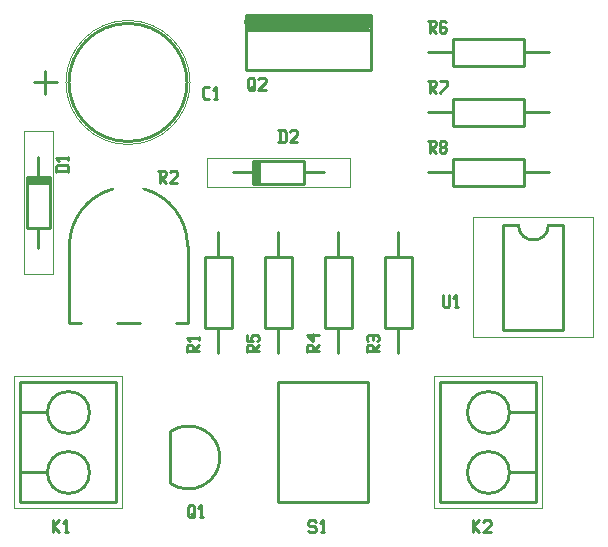
<source format=gbr>
G04 start of page 8 for group -4079 idx -4079 *
G04 Title: (unknown), topsilk *
G04 Creator: pcb 20100929 *
G04 CreationDate: Wed Feb  3 23:32:12 2016 UTC *
G04 For: bert *
G04 Format: Gerber/RS-274X *
G04 PCB-Dimensions: 300000 250000 *
G04 PCB-Coordinate-Origin: lower left *
%MOIN*%
%FSLAX25Y25*%
%LNFRONTSILK*%
%ADD20C,0.0520*%
%ADD26C,0.0100*%
%ADD32C,0.0000*%
G54D26*X54000Y93600D02*Y76400D01*
X53977Y76399D02*G75*G03X53977Y93601I6022J8601D01*G01*
G54D32*X2000Y68000D02*X38000D01*
Y112000D02*Y68000D01*
X2000Y112000D02*X38000D01*
X2000D02*Y68000D01*
G54D26*X4000Y100000D02*X13000D01*
X4000Y80000D02*X13000D01*
X36000Y110000D02*Y70000D01*
X4000Y110000D02*Y70000D01*
Y110000D02*X36000D01*
X4000Y70000D02*X36000D01*
X20000Y93000D02*G75*G03X20000Y93000I0J7000D01*G01*
Y73000D02*G75*G03X20000Y73000I0J7000D01*G01*
G54D32*X142000Y112000D02*X178000D01*
X142000D02*Y68000D01*
X178000D01*
Y112000D02*Y68000D01*
G54D26*X167000Y80000D02*X176000D01*
X167000Y100000D02*X176000D01*
X144000Y110000D02*Y70000D01*
X176000Y110000D02*Y70000D01*
X144000D02*X176000D01*
X144000Y110000D02*X176000D01*
X160000Y87000D02*G75*G03X160000Y87000I0J-7000D01*G01*
Y107000D02*G75*G03X160000Y107000I0J-7000D01*G01*
X120000Y110000D02*Y70000D01*
X90000D02*X120000D01*
X90000Y110000D02*Y70000D01*
Y110000D02*X120000D01*
X114500Y151900D02*Y128100D01*
X105500Y151900D02*Y128100D01*
Y151900D02*X114500D01*
X105500Y128100D02*X114500D01*
X110000Y160300D02*Y151900D01*
Y128100D02*Y119700D01*
X94500Y151900D02*Y128100D01*
X85500Y151900D02*Y128100D01*
Y151900D02*X94500D01*
X85500Y128100D02*X94500D01*
X90000Y160300D02*Y151900D01*
Y128100D02*Y119700D01*
X74500Y151900D02*Y128100D01*
X65500Y151900D02*Y128100D01*
Y151900D02*X74500D01*
X65500Y128100D02*X74500D01*
X70000Y160300D02*Y151900D01*
Y128100D02*Y119700D01*
X36063Y129921D02*X43937D01*
X20315D02*X24252D01*
X20315D02*Y155512D01*
X59685Y129921D02*Y155512D01*
X55748Y129921D02*X59685D01*
Y155512D02*G75*G03X45094Y174526I-19685J0D01*G01*
X34905Y174527D02*G75*G03X20315Y155512I5094J-19014D01*G01*
X12283Y213937D02*Y206063D01*
X16220Y210000D02*X8346D01*
G54D32*X19157D02*G75*G03X19157Y210000I20685J0D01*G01*
G54D26*X20157D02*G75*G03X20157Y210000I19685J0D01*G01*
G54D32*X5300Y193700D02*Y146300D01*
X14700Y193700D02*Y146300D01*
X5300D02*X14700D01*
X5300Y193700D02*X14700D01*
G54D26*X6300Y176400D02*X13700D01*
X6300Y176900D02*X13700D01*
X6300Y177400D02*X13700D01*
X6300Y177900D02*X13700D01*
X6300Y178400D02*Y161600D01*
X13700Y178400D02*Y161600D01*
X6300D02*X13700D01*
X6300Y178400D02*X13700D01*
X10000Y161600D02*Y154700D01*
Y185300D02*Y178400D01*
G54D32*X66300Y175300D02*X113700D01*
X66300Y184700D02*X113700D01*
Y175300D01*
X66300Y184700D02*Y175300D01*
G54D26*X83600Y183700D02*Y176300D01*
X83100Y183700D02*Y176300D01*
X82600Y183700D02*Y176300D01*
X82100Y183700D02*Y176300D01*
X81600D02*X98400D01*
X81600Y183700D02*X98400D01*
Y176300D01*
X81600Y183700D02*Y176300D01*
X98400Y180000D02*X105300D01*
X81600D02*X74700D01*
X79250Y227600D02*X120750D01*
G54D20*X81250Y230000D02*X118750D01*
G54D26*X79250Y232600D02*X120750D01*
Y214100D01*
X79250D02*X120750D01*
X79250Y232600D02*Y214100D01*
X148100Y175500D02*X171900D01*
X148100Y184500D02*X171900D01*
Y175500D01*
X148100Y184500D02*Y175500D01*
X171900Y180000D02*X180300D01*
X148100D02*X139700D01*
X148100Y195500D02*X171900D01*
X148100Y204500D02*X171900D01*
Y195500D01*
X148100Y204500D02*Y195500D01*
X171900Y200000D02*X180300D01*
X148100D02*X139700D01*
X148100Y215500D02*X171900D01*
X148100Y224500D02*X171900D01*
Y215500D01*
X148100Y224500D02*Y215500D01*
X171900Y220000D02*X180300D01*
X148100D02*X139700D01*
G54D32*X155000Y125000D02*Y165000D01*
X195000Y125000D02*X155000D01*
X195000Y165000D02*Y125000D01*
X155000Y165000D02*X195000D01*
G54D26*X180000Y162500D02*X185000D01*
X165000D02*X170000D01*
X185000Y127500D02*Y162500D01*
X165000Y127500D02*X185000D01*
X165000Y162500D02*Y127500D01*
X170000Y162500D02*G75*G03X180000Y162500I5000J0D01*G01*
X134500Y151900D02*Y128100D01*
X125500Y151900D02*Y128100D01*
Y151900D02*X134500D01*
X125500Y128100D02*X134500D01*
X130000Y160300D02*Y151900D01*
Y128100D02*Y119700D01*
X60000Y68500D02*Y65500D01*
Y68500D02*X60500Y69000D01*
X61500D01*
X62000Y68500D01*
Y65500D01*
X61500Y65000D02*X62000Y65500D01*
X60500Y65000D02*X61500D01*
X60000Y65500D02*X60500Y65000D01*
X61000Y66000D02*X62000Y65000D01*
X63701D02*X64701D01*
X64201Y69000D02*Y65000D01*
X63201Y68000D02*X64201Y69000D01*
X15000Y64000D02*Y60000D01*
Y62000D02*X17000Y64000D01*
X15000Y62000D02*X17000Y60000D01*
X18701D02*X19701D01*
X19201Y64000D02*Y60000D01*
X18201Y63000D02*X19201Y64000D01*
X155000D02*Y60000D01*
Y62000D02*X157000Y64000D01*
X155000Y62000D02*X157000Y60000D01*
X158201Y63500D02*X158701Y64000D01*
X160201D01*
X160701Y63500D01*
Y62500D01*
X158201Y60000D02*X160701Y62500D01*
X158201Y60000D02*X160701D01*
X102000Y64000D02*X102500Y63500D01*
X100500Y64000D02*X102000D01*
X100000Y63500D02*X100500Y64000D01*
X100000Y63500D02*Y62500D01*
X100500Y62000D01*
X102000D01*
X102500Y61500D01*
Y60500D01*
X102000Y60000D02*X102500Y60500D01*
X100500Y60000D02*X102000D01*
X100000Y60500D02*X100500Y60000D01*
X104201D02*X105201D01*
X104701Y64000D02*Y60000D01*
X103701Y63000D02*X104701Y64000D01*
X99500Y122000D02*Y120000D01*
Y122000D02*X100000Y122500D01*
X101000D01*
X101500Y122000D02*X101000Y122500D01*
X101500Y122000D02*Y120500D01*
X99500D02*X103500D01*
X101500D02*X103500Y122500D01*
X101500Y123701D02*X99500Y125701D01*
X101500Y126201D02*Y123701D01*
X99500Y125701D02*X103500D01*
X79500Y122000D02*Y120000D01*
Y122000D02*X80000Y122500D01*
X81000D01*
X81500Y122000D02*X81000Y122500D01*
X81500Y122000D02*Y120500D01*
X79500D02*X83500D01*
X81500D02*X83500Y122500D01*
X79500Y125701D02*Y123701D01*
X81500D01*
X81000Y124201D01*
Y125201D02*Y124201D01*
Y125201D02*X81500Y125701D01*
X83000D01*
X83500Y125201D02*X83000Y125701D01*
X83500Y125201D02*Y124201D01*
X83000Y123701D02*X83500Y124201D01*
X59500Y122000D02*Y120000D01*
Y122000D02*X60000Y122500D01*
X61000D01*
X61500Y122000D02*X61000Y122500D01*
X61500Y122000D02*Y120500D01*
X59500D02*X63500D01*
X61500D02*X63500Y122500D01*
Y125201D02*Y124201D01*
X59500Y124701D02*X63500D01*
X60500Y123701D02*X59500Y124701D01*
X119500Y122000D02*Y120000D01*
Y122000D02*X120000Y122500D01*
X121000D01*
X121500Y122000D02*X121000Y122500D01*
X121500Y122000D02*Y120500D01*
X119500D02*X123500D01*
X121500D02*X123500Y122500D01*
X120000Y123701D02*X119500Y124201D01*
Y125201D02*Y124201D01*
Y125201D02*X120000Y125701D01*
X123000D01*
X123500Y125201D02*X123000Y125701D01*
X123500Y125201D02*Y124201D01*
X123000Y123701D02*X123500Y124201D01*
X121500Y125701D02*Y124201D01*
X80000Y211000D02*Y208000D01*
Y211000D02*X80500Y211500D01*
X81500D01*
X82000Y211000D01*
Y208000D01*
X81500Y207500D02*X82000Y208000D01*
X80500Y207500D02*X81500D01*
X80000Y208000D02*X80500Y207500D01*
X81000Y208500D02*X82000Y207500D01*
X83201Y211000D02*X83701Y211500D01*
X85201D01*
X85701Y211000D01*
Y210000D01*
X83201Y207500D02*X85701Y210000D01*
X83201Y207500D02*X85701D01*
X65342Y204606D02*X66842D01*
X64842Y205106D02*X65342Y204606D01*
X64842Y208106D02*Y205106D01*
Y208106D02*X65342Y208606D01*
X66842D01*
X68543Y204606D02*X69543D01*
X69043Y208606D02*Y204606D01*
X68043Y207606D02*X69043Y208606D01*
X16000Y180500D02*X20000D01*
X16000Y182000D02*X16500Y182500D01*
X19500D01*
X20000Y182000D02*X19500Y182500D01*
X20000Y182000D02*Y180000D01*
X16000Y182000D02*Y180000D01*
X20000Y185201D02*Y184201D01*
X16000Y184701D02*X20000D01*
X17000Y183701D02*X16000Y184701D01*
X50000Y180575D02*X52000D01*
X52500Y180075D01*
Y179075D01*
X52000Y178575D02*X52500Y179075D01*
X50500Y178575D02*X52000D01*
X50500Y180575D02*Y176575D01*
Y178575D02*X52500Y176575D01*
X53701Y180075D02*X54201Y180575D01*
X55701D01*
X56201Y180075D01*
Y179075D01*
X53701Y176575D02*X56201Y179075D01*
X53701Y176575D02*X56201D01*
X90500Y194000D02*Y190000D01*
X92000Y194000D02*X92500Y193500D01*
Y190500D01*
X92000Y190000D02*X92500Y190500D01*
X90000Y190000D02*X92000D01*
X90000Y194000D02*X92000D01*
X93701Y193500D02*X94201Y194000D01*
X95701D01*
X96201Y193500D01*
Y192500D01*
X93701Y190000D02*X96201Y192500D01*
X93701Y190000D02*X96201D01*
X140000Y190500D02*X142000D01*
X142500Y190000D01*
Y189000D01*
X142000Y188500D02*X142500Y189000D01*
X140500Y188500D02*X142000D01*
X140500Y190500D02*Y186500D01*
Y188500D02*X142500Y186500D01*
X143701Y187000D02*X144201Y186500D01*
X143701Y188000D02*Y187000D01*
Y188000D02*X144201Y188500D01*
X145201D01*
X145701Y188000D01*
Y187000D01*
X145201Y186500D02*X145701Y187000D01*
X144201Y186500D02*X145201D01*
X143701Y189000D02*X144201Y188500D01*
X143701Y190000D02*Y189000D01*
Y190000D02*X144201Y190500D01*
X145201D01*
X145701Y190000D01*
Y189000D01*
X145201Y188500D02*X145701Y189000D01*
X140000Y210500D02*X142000D01*
X142500Y210000D01*
Y209000D01*
X142000Y208500D02*X142500Y209000D01*
X140500Y208500D02*X142000D01*
X140500Y210500D02*Y206500D01*
Y208500D02*X142500Y206500D01*
X143701D02*X146201Y209000D01*
Y210500D02*Y209000D01*
X143701Y210500D02*X146201D01*
X140000Y230500D02*X142000D01*
X142500Y230000D01*
Y229000D01*
X142000Y228500D02*X142500Y229000D01*
X140500Y228500D02*X142000D01*
X140500Y230500D02*Y226500D01*
Y228500D02*X142500Y226500D01*
X145201Y230500D02*X145701Y230000D01*
X144201Y230500D02*X145201D01*
X143701Y230000D02*X144201Y230500D01*
X143701Y230000D02*Y227000D01*
X144201Y226500D01*
X145201Y228500D02*X145701Y228000D01*
X143701Y228500D02*X145201D01*
X144201Y226500D02*X145201D01*
X145701Y227000D01*
Y228000D02*Y227000D01*
X145000Y139000D02*Y135500D01*
X145500Y135000D01*
X146500D01*
X147000Y135500D01*
Y139000D02*Y135500D01*
X148701Y135000D02*X149701D01*
X149201Y139000D02*Y135000D01*
X148201Y138000D02*X149201Y139000D01*
M02*

</source>
